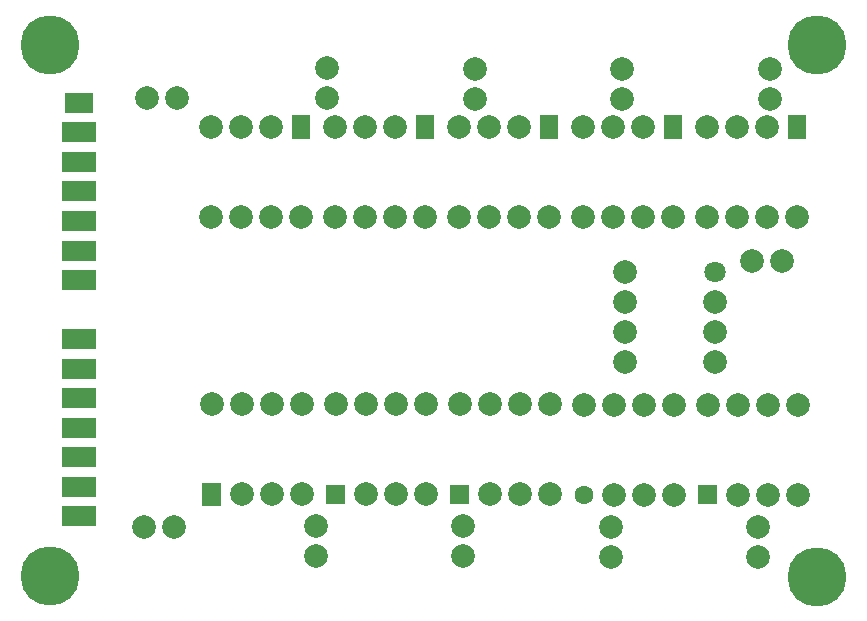
<source format=gtl>
G04 Layer: TopLayer*
G04 EasyEDA v6.4.25, 2021-10-09T05:44:53+02:00*
G04 3c18a9597c8044bdbc100f5c1c0a61b4,11806c6667b54f078b534f3636c84428,10*
G04 Gerber Generator version 0.2*
G04 Scale: 100 percent, Rotated: No, Reflected: No *
G04 Dimensions in millimeters *
G04 leading zeros omitted , absolute positions ,4 integer and 5 decimal *
%FSLAX45Y45*%
%MOMM*%

%ADD11R,3.0000X1.8000*%
%ADD12R,2.4000X1.8000*%
%ADD13R,1.6002X2.0000*%
%ADD14C,2.0000*%
%ADD16C,1.6002*%
%ADD17C,1.8000*%
%ADD18C,5.0000*%

%LPD*%
D11*
G01*
X500126Y2261615D03*
G01*
X500126Y2011426D03*
G01*
X500126Y1761489D03*
G01*
X500126Y1511554D03*
G01*
X500126Y1261618D03*
G01*
X500126Y1011428D03*
G01*
X500126Y761492D03*
D12*
G01*
X494792Y4261612D03*
D11*
G01*
X494792Y4011421D03*
G01*
X494792Y3761486D03*
G01*
X494792Y3511550D03*
G01*
X494792Y3261613D03*
G01*
X494792Y3011423D03*
G01*
X494792Y2761487D03*
G36*
X1540763Y1046149D02*
G01*
X1700784Y1046149D01*
X1700784Y846150D01*
X1540763Y846150D01*
G37*
D14*
G01*
X1874774Y946150D03*
G01*
X2128774Y946150D03*
G01*
X2382774Y946150D03*
G01*
X2382774Y1708150D03*
G01*
X2128774Y1708150D03*
G01*
X1874774Y1708150D03*
G01*
X1620774Y1708150D03*
G36*
X2590545Y1026160D02*
G01*
X2750565Y1026160D01*
X2750565Y866139D01*
X2590545Y866139D01*
G37*
G01*
X2924556Y946150D03*
G01*
X3178556Y946150D03*
G01*
X3432556Y946150D03*
G01*
X3432556Y1708150D03*
G01*
X3178556Y1708150D03*
G01*
X2924556Y1708150D03*
G01*
X2670556Y1708150D03*
G36*
X3640581Y1026160D02*
G01*
X3800602Y1026160D01*
X3800602Y866139D01*
X3640581Y866139D01*
G37*
G01*
X3974591Y946150D03*
G01*
X4228591Y946150D03*
G01*
X4482591Y946150D03*
G01*
X4482591Y1708150D03*
G01*
X4228591Y1708150D03*
G01*
X3974591Y1708150D03*
G01*
X3720591Y1708150D03*
D16*
G01*
X4771390Y945642D03*
D14*
G01*
X5025390Y945642D03*
G01*
X5279390Y945642D03*
G01*
X5533390Y945642D03*
G01*
X5533390Y1707642D03*
G01*
X5279390Y1707642D03*
G01*
X5025390Y1707642D03*
G01*
X4771390Y1707642D03*
G01*
X1048004Y674623D03*
G01*
X1302004Y674623D03*
G01*
X2501138Y676910D03*
G01*
X2501138Y422910D03*
G01*
X3751072Y676910D03*
G01*
X3751072Y422910D03*
G01*
X5001006Y419100D03*
G01*
X5001006Y673100D03*
G01*
X5880608Y2070862D03*
G01*
X5880608Y2324862D03*
G01*
X5880608Y2578862D03*
D17*
G01*
X5880608Y2832862D03*
D14*
G01*
X5118608Y2832862D03*
G01*
X5118608Y2578862D03*
G01*
X5118608Y2324862D03*
G01*
X5118608Y2070862D03*
D13*
G01*
X6579108Y4054094D03*
D14*
G01*
X6325108Y4054094D03*
G01*
X6071108Y4054094D03*
G01*
X5817108Y4054094D03*
G01*
X5817108Y3292094D03*
G01*
X6071108Y3292094D03*
G01*
X6325108Y3292094D03*
G01*
X6579108Y3292094D03*
D13*
G01*
X5529072Y4054094D03*
D14*
G01*
X5275072Y4054094D03*
G01*
X5021072Y4054094D03*
G01*
X4767072Y4054094D03*
G01*
X4767072Y3292094D03*
G01*
X5021072Y3292094D03*
G01*
X5275072Y3292094D03*
G01*
X5529072Y3292094D03*
D13*
G01*
X4478274Y4054094D03*
D14*
G01*
X4224274Y4054094D03*
G01*
X3970274Y4054094D03*
G01*
X3716274Y4054094D03*
G01*
X3716274Y3292094D03*
G01*
X3970274Y3292094D03*
G01*
X4224274Y3292094D03*
G01*
X4478274Y3292094D03*
D13*
G01*
X3428238Y4054094D03*
D14*
G01*
X3174238Y4054094D03*
G01*
X2920238Y4054094D03*
G01*
X2666238Y4054094D03*
G01*
X2666238Y3292094D03*
G01*
X2920238Y3292094D03*
G01*
X3174238Y3292094D03*
G01*
X3428238Y3292094D03*
D13*
G01*
X2378456Y4053586D03*
D14*
G01*
X2124456Y4053586D03*
G01*
X1870456Y4053586D03*
G01*
X1616456Y4053586D03*
G01*
X1616456Y3291586D03*
G01*
X1870456Y3291586D03*
G01*
X2124456Y3291586D03*
G01*
X2378456Y3291586D03*
G36*
X5741161Y1025652D02*
G01*
X5901181Y1025652D01*
X5901181Y865631D01*
X5741161Y865631D01*
G37*
G01*
X6075172Y945642D03*
G01*
X6329172Y945642D03*
G01*
X6583172Y945642D03*
G01*
X6583172Y1707642D03*
G01*
X6329172Y1707642D03*
G01*
X6075172Y1707642D03*
G01*
X5821172Y1707642D03*
G01*
X6250940Y418592D03*
G01*
X6250940Y672592D03*
G01*
X6452108Y2924555D03*
G01*
X6198108Y2924555D03*
G01*
X6349238Y4298187D03*
G01*
X6349238Y4552187D03*
G01*
X5099558Y4297679D03*
G01*
X5099558Y4551679D03*
G01*
X3851147Y4297171D03*
G01*
X3851147Y4551171D03*
G01*
X2600706Y4555744D03*
G01*
X2600706Y4301744D03*
G01*
X1326388Y4300981D03*
G01*
X1072387Y4300981D03*
D18*
G01*
X6750050Y4750054D03*
G01*
X6750050Y249936D03*
G01*
X254254Y4754879D03*
G01*
X254254Y255015D03*
M02*

</source>
